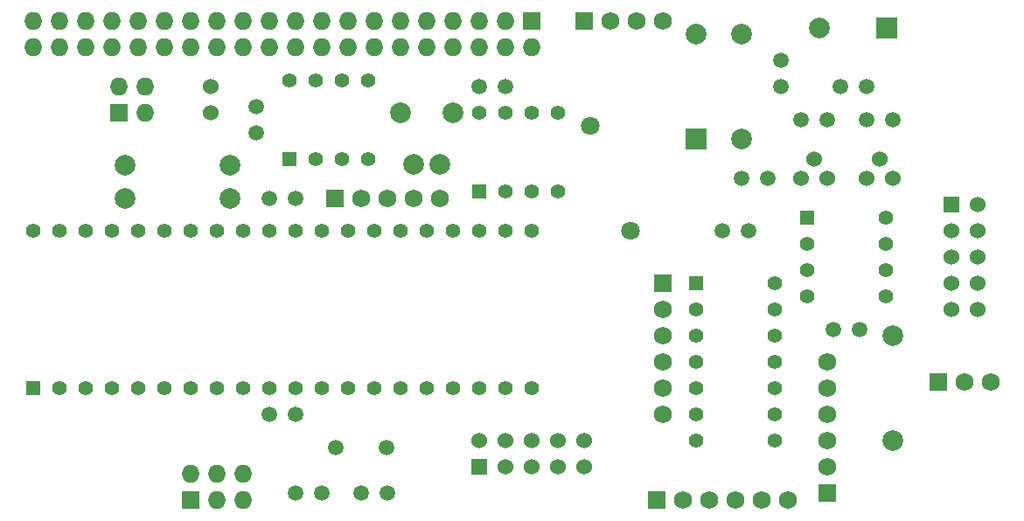
<source format=gbs>
%FSLAX36Y36*%
G04 Gerber Fmt 3.6, Leading zero omitted, Abs format (unit inch)*
G04 Created by KiCad (PCBNEW (2014-jul-16 BZR unknown)-product) date Tue 13 Jan 2015 03:14:55 PM PST*
%MOIN*%
G01*
G04 APERTURE LIST*
%ADD10C,0.003937*%
%ADD11C,0.059100*%
%ADD12C,0.078700*%
%ADD13R,0.078700X0.078700*%
%ADD14C,0.060000*%
%ADD15R,0.068000X0.068000*%
%ADD16C,0.068000*%
%ADD17O,0.068000X0.068000*%
%ADD18R,0.060000X0.060000*%
%ADD19R,0.055000X0.055000*%
%ADD20C,0.055000*%
%ADD21C,0.078740*%
%ADD22C,0.070866*%
G04 APERTURE END LIST*
D10*
D11*
X5200000Y-5800000D03*
X5100000Y-5800000D03*
X5350000Y-5800000D03*
X5450000Y-5800000D03*
X5000000Y-5500000D03*
X5100000Y-5500000D03*
X5100000Y-4675000D03*
X5000000Y-4675000D03*
X7250000Y-5175000D03*
X7150000Y-5175000D03*
X6950000Y-4250000D03*
X6950000Y-4150000D03*
X6725000Y-4800000D03*
X6825000Y-4800000D03*
X7125000Y-4375000D03*
X7025000Y-4375000D03*
X7375000Y-4375000D03*
X7275000Y-4375000D03*
X7175000Y-4250000D03*
X7275000Y-4250000D03*
X6900000Y-4600000D03*
X6800000Y-4600000D03*
X5800000Y-4250000D03*
X5900000Y-4250000D03*
X4950000Y-4325000D03*
X4950000Y-4425000D03*
D12*
X6625000Y-4050000D03*
D13*
X6625000Y-4450000D03*
D14*
X4775000Y-4350000D03*
X4775000Y-4250000D03*
D15*
X7550000Y-5375000D03*
D16*
X7650000Y-5375000D03*
X7750000Y-5375000D03*
D15*
X4425000Y-4350000D03*
D17*
X4425000Y-4250000D03*
X4525000Y-4350000D03*
X4525000Y-4250000D03*
D15*
X6000000Y-4000000D03*
D17*
X6000000Y-4100000D03*
X5900000Y-4000000D03*
X5900000Y-4100000D03*
X5800000Y-4000000D03*
X5800000Y-4100000D03*
X5700000Y-4000000D03*
X5700000Y-4100000D03*
X5600000Y-4000000D03*
X5600000Y-4100000D03*
X5500000Y-4000000D03*
X5500000Y-4100000D03*
X5400000Y-4000000D03*
X5400000Y-4100000D03*
X5300000Y-4000000D03*
X5300000Y-4100000D03*
X5200000Y-4000000D03*
X5200000Y-4100000D03*
X5100000Y-4000000D03*
X5100000Y-4100000D03*
X5000000Y-4000000D03*
X5000000Y-4100000D03*
X4900000Y-4000000D03*
X4900000Y-4100000D03*
X4800000Y-4000000D03*
X4800000Y-4100000D03*
X4700000Y-4000000D03*
X4700000Y-4100000D03*
X4600000Y-4000000D03*
X4600000Y-4100000D03*
X4500000Y-4000000D03*
X4500000Y-4100000D03*
X4400000Y-4000000D03*
X4400000Y-4100000D03*
X4300000Y-4000000D03*
X4300000Y-4100000D03*
X4200000Y-4000000D03*
X4200000Y-4100000D03*
X4100000Y-4000000D03*
X4100000Y-4100000D03*
D18*
X7600000Y-4700000D03*
D14*
X7700000Y-4700000D03*
X7600000Y-4800000D03*
X7700000Y-4800000D03*
X7600000Y-4900000D03*
X7700000Y-4900000D03*
X7600000Y-5000000D03*
X7700000Y-5000000D03*
X7600000Y-5100000D03*
X7700000Y-5100000D03*
D15*
X6475000Y-5825000D03*
D16*
X6575000Y-5825000D03*
X6675000Y-5825000D03*
X6775000Y-5825000D03*
X6875000Y-5825000D03*
X6975000Y-5825000D03*
D15*
X7125000Y-5800000D03*
D16*
X7125000Y-5700000D03*
X7125000Y-5600000D03*
X7125000Y-5500000D03*
X7125000Y-5400000D03*
X7125000Y-5300000D03*
D15*
X4700000Y-5825000D03*
D17*
X4700000Y-5725000D03*
X4800000Y-5825000D03*
X4800000Y-5725000D03*
X4900000Y-5825000D03*
X4900000Y-5725000D03*
D15*
X6200000Y-4000000D03*
D16*
X6300000Y-4000000D03*
X6400000Y-4000000D03*
X6500000Y-4000000D03*
D18*
X5800000Y-5700000D03*
D14*
X5800000Y-5600000D03*
X5900000Y-5700000D03*
X5900000Y-5600000D03*
X6000000Y-5700000D03*
X6000000Y-5600000D03*
X6100000Y-5700000D03*
X6100000Y-5600000D03*
X6200000Y-5700000D03*
X6200000Y-5600000D03*
D12*
X7375000Y-5200000D03*
X7375000Y-5600000D03*
D15*
X6500000Y-5000000D03*
D16*
X6500000Y-5100000D03*
X6500000Y-5200000D03*
X6500000Y-5300000D03*
X6500000Y-5400000D03*
X6500000Y-5500000D03*
D12*
X6800000Y-4050000D03*
X6800000Y-4450000D03*
X4450000Y-4675000D03*
X4850000Y-4675000D03*
X4450000Y-4550000D03*
X4850000Y-4550000D03*
D13*
X7353000Y-4025000D03*
D12*
X7097000Y-4025000D03*
D19*
X5800000Y-4650000D03*
D20*
X5900000Y-4650000D03*
X6000000Y-4650000D03*
X6100000Y-4650000D03*
X6100000Y-4350000D03*
X6000000Y-4350000D03*
X5900000Y-4350000D03*
X5800000Y-4350000D03*
D19*
X6625000Y-5000000D03*
D20*
X6625000Y-5100000D03*
X6625000Y-5200000D03*
X6625000Y-5300000D03*
X6625000Y-5400000D03*
X6625000Y-5500000D03*
X6625000Y-5600000D03*
X6925000Y-5600000D03*
X6925000Y-5500000D03*
X6925000Y-5400000D03*
X6925000Y-5300000D03*
X6925000Y-5200000D03*
X6925000Y-5100000D03*
X6925000Y-5000000D03*
D19*
X7050000Y-4750000D03*
D20*
X7050000Y-4850000D03*
X7050000Y-4950000D03*
X7050000Y-5050000D03*
X7350000Y-5050000D03*
X7350000Y-4950000D03*
X7350000Y-4850000D03*
X7350000Y-4750000D03*
D14*
X7275000Y-4600000D03*
X7325000Y-4525000D03*
X7375000Y-4600000D03*
D19*
X4100000Y-5400000D03*
D20*
X4200000Y-5400000D03*
X4300000Y-5400000D03*
X4400000Y-5400000D03*
X4500000Y-5400000D03*
X4600000Y-5400000D03*
X4700000Y-5400000D03*
X4800000Y-5400000D03*
X4900000Y-5400000D03*
X5000000Y-5400000D03*
X5100000Y-5400000D03*
X5200000Y-5400000D03*
X5300000Y-5400000D03*
X5400000Y-5400000D03*
X5500000Y-5400000D03*
X5600000Y-5400000D03*
X5700000Y-5400000D03*
X5800000Y-5400000D03*
X5900000Y-5400000D03*
X6000000Y-5400000D03*
X6000000Y-4800000D03*
X5900000Y-4800000D03*
X5800000Y-4800000D03*
X5700000Y-4800000D03*
X5600000Y-4800000D03*
X5500000Y-4800000D03*
X5400000Y-4800000D03*
X5300000Y-4800000D03*
X5200000Y-4800000D03*
X5100000Y-4800000D03*
X5000000Y-4800000D03*
X4900000Y-4800000D03*
X4800000Y-4800000D03*
X4700000Y-4800000D03*
X4600000Y-4800000D03*
X4500000Y-4800000D03*
X4400000Y-4800000D03*
X4300000Y-4800000D03*
X4200000Y-4800000D03*
X4100000Y-4800000D03*
D14*
X7025000Y-4600000D03*
X7075000Y-4525000D03*
X7125000Y-4600000D03*
D19*
X5075000Y-4525000D03*
D20*
X5175000Y-4525000D03*
X5275000Y-4525000D03*
X5375000Y-4525000D03*
X5375000Y-4225000D03*
X5275000Y-4225000D03*
X5175000Y-4225000D03*
X5075000Y-4225000D03*
D11*
X5253900Y-5625000D03*
X5446100Y-5625000D03*
D21*
X5650000Y-4546850D03*
X5550000Y-4546850D03*
X5700000Y-4350000D03*
X5500000Y-4350000D03*
D15*
X5250000Y-4675000D03*
D16*
X5350000Y-4675000D03*
X5450000Y-4675000D03*
X5550000Y-4675000D03*
X5650000Y-4675000D03*
D22*
X6375787Y-4800197D03*
X6224213Y-4399803D03*
M02*

</source>
